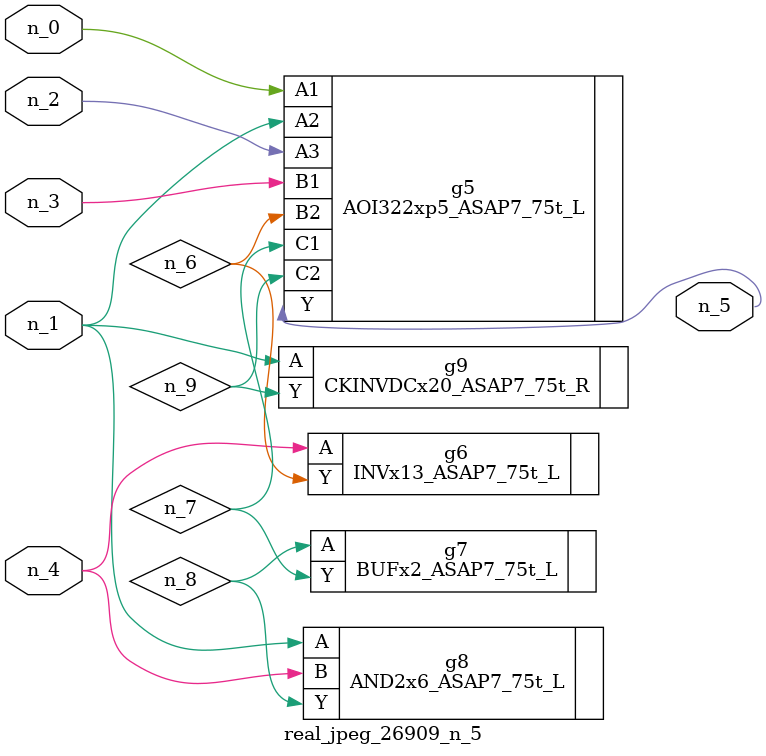
<source format=v>
module real_jpeg_26909_n_5 (n_4, n_0, n_1, n_2, n_3, n_5);

input n_4;
input n_0;
input n_1;
input n_2;
input n_3;

output n_5;

wire n_8;
wire n_6;
wire n_7;
wire n_9;

AOI322xp5_ASAP7_75t_L g5 ( 
.A1(n_0),
.A2(n_1),
.A3(n_2),
.B1(n_3),
.B2(n_6),
.C1(n_7),
.C2(n_9),
.Y(n_5)
);

AND2x6_ASAP7_75t_L g8 ( 
.A(n_1),
.B(n_4),
.Y(n_8)
);

CKINVDCx20_ASAP7_75t_R g9 ( 
.A(n_1),
.Y(n_9)
);

INVx13_ASAP7_75t_L g6 ( 
.A(n_4),
.Y(n_6)
);

BUFx2_ASAP7_75t_L g7 ( 
.A(n_8),
.Y(n_7)
);


endmodule
</source>
